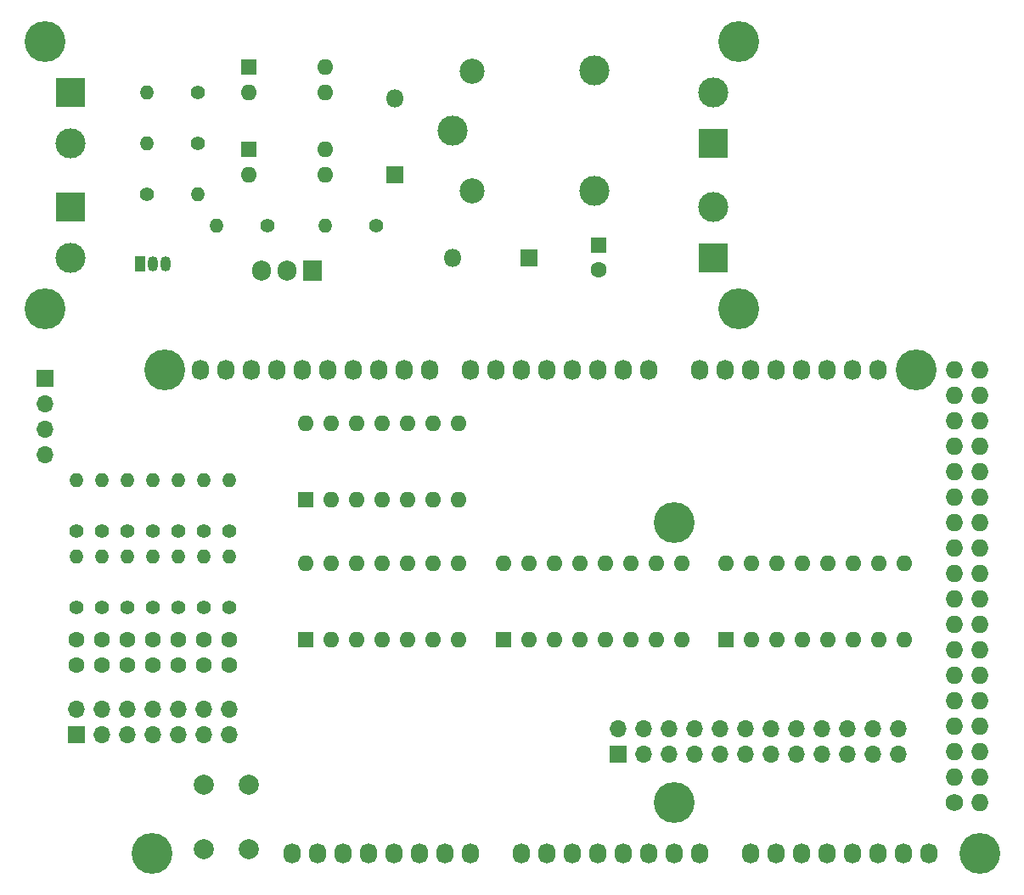
<source format=gbr>
G04 #@! TF.GenerationSoftware,KiCad,Pcbnew,5.1.4+dfsg1-1*
G04 #@! TF.CreationDate,2019-09-21T14:15:38+01:00*
G04 #@! TF.ProjectId,arduino_duo_shield,61726475-696e-46f5-9f64-756f5f736869,rev?*
G04 #@! TF.SameCoordinates,PX6296c50PY74079d0*
G04 #@! TF.FileFunction,Soldermask,Top*
G04 #@! TF.FilePolarity,Negative*
%FSLAX46Y46*%
G04 Gerber Fmt 4.6, Leading zero omitted, Abs format (unit mm)*
G04 Created by KiCad (PCBNEW 5.1.4+dfsg1-1) date 2019-09-21 14:15:38*
%MOMM*%
%LPD*%
G04 APERTURE LIST*
%ADD10C,1.600000*%
%ADD11C,2.000000*%
%ADD12O,1.600000X1.600000*%
%ADD13R,1.600000X1.600000*%
%ADD14O,1.400000X1.400000*%
%ADD15C,1.400000*%
%ADD16O,1.905000X2.000000*%
%ADD17R,1.905000X2.000000*%
%ADD18R,1.050000X1.500000*%
%ADD19O,1.050000X1.500000*%
%ADD20C,4.064000*%
%ADD21C,3.000000*%
%ADD22R,3.000000X3.000000*%
%ADD23C,2.500000*%
%ADD24O,1.800000X1.800000*%
%ADD25R,1.800000X1.800000*%
%ADD26O,1.700000X1.700000*%
%ADD27R,1.700000X1.700000*%
%ADD28C,1.727200*%
%ADD29O,1.727200X1.727200*%
%ADD30O,1.727200X2.032000*%
G04 APERTURE END LIST*
D10*
X21717000Y23836000D03*
X21717000Y21336000D03*
X6477000Y23836000D03*
X6477000Y21336000D03*
X9017000Y23836000D03*
X9017000Y21336000D03*
X11557000Y23836000D03*
X11557000Y21336000D03*
X14097000Y23836000D03*
X14097000Y21336000D03*
X16637000Y23836000D03*
X16637000Y21336000D03*
X19177000Y23836000D03*
X19177000Y21336000D03*
D11*
X19177000Y9421000D03*
X23677000Y9421000D03*
X19177000Y2921000D03*
X23677000Y2921000D03*
D12*
X49022000Y31496000D03*
X66802000Y23876000D03*
X51562000Y31496000D03*
X64262000Y23876000D03*
X54102000Y31496000D03*
X61722000Y23876000D03*
X56642000Y31496000D03*
X59182000Y23876000D03*
X59182000Y31496000D03*
X56642000Y23876000D03*
X61722000Y31496000D03*
X54102000Y23876000D03*
X64262000Y31496000D03*
X51562000Y23876000D03*
X66802000Y31496000D03*
D13*
X49022000Y23876000D03*
D14*
X21717000Y32131000D03*
D15*
X21717000Y27051000D03*
D14*
X21717000Y39751000D03*
D15*
X21717000Y34671000D03*
D14*
X6477000Y32131000D03*
D15*
X6477000Y27051000D03*
D14*
X6477000Y39751000D03*
D15*
X6477000Y34671000D03*
D14*
X9017000Y32131000D03*
D15*
X9017000Y27051000D03*
D14*
X9017000Y39751000D03*
D15*
X9017000Y34671000D03*
D14*
X11557000Y32131000D03*
D15*
X11557000Y27051000D03*
D14*
X11557000Y39751000D03*
D15*
X11557000Y34671000D03*
D14*
X14097000Y32131000D03*
D15*
X14097000Y27051000D03*
D14*
X14097000Y39751000D03*
D15*
X14097000Y34671000D03*
D14*
X16637000Y32131000D03*
D15*
X16637000Y27051000D03*
D14*
X16637000Y39751000D03*
D15*
X16637000Y34671000D03*
D14*
X19177000Y32131000D03*
D15*
X19177000Y27051000D03*
D14*
X19177000Y39751000D03*
D15*
X19177000Y34671000D03*
D12*
X71247000Y31496000D03*
X89027000Y23876000D03*
X73787000Y31496000D03*
X86487000Y23876000D03*
X76327000Y31496000D03*
X83947000Y23876000D03*
X78867000Y31496000D03*
X81407000Y23876000D03*
X81407000Y31496000D03*
X78867000Y23876000D03*
X83947000Y31496000D03*
X76327000Y23876000D03*
X86487000Y31496000D03*
X73787000Y23876000D03*
X89027000Y31496000D03*
D13*
X71247000Y23876000D03*
D12*
X29337000Y45466000D03*
X44577000Y37846000D03*
X31877000Y45466000D03*
X42037000Y37846000D03*
X34417000Y45466000D03*
X39497000Y37846000D03*
X36957000Y45466000D03*
X36957000Y37846000D03*
X39497000Y45466000D03*
X34417000Y37846000D03*
X42037000Y45466000D03*
X31877000Y37846000D03*
X44577000Y45466000D03*
D13*
X29337000Y37846000D03*
D12*
X29337000Y31496000D03*
X44577000Y23876000D03*
X31877000Y31496000D03*
X42037000Y23876000D03*
X34417000Y31496000D03*
X39497000Y23876000D03*
X36957000Y31496000D03*
X36957000Y23876000D03*
X39497000Y31496000D03*
X34417000Y23876000D03*
X42037000Y31496000D03*
X31877000Y23876000D03*
X44577000Y31496000D03*
D13*
X29337000Y23876000D03*
D16*
X24892000Y60706000D03*
X27432000Y60706000D03*
D17*
X29972000Y60706000D03*
D14*
X18542000Y68326000D03*
D15*
X13462000Y68326000D03*
D18*
X12827000Y61341000D03*
D19*
X15367000Y61341000D03*
X14097000Y61341000D03*
D20*
X72517000Y56896000D03*
X3302000Y56896000D03*
X72517000Y83566000D03*
X3302000Y83566000D03*
D21*
X69977000Y67056000D03*
D22*
X69977000Y61976000D03*
D21*
X69977000Y78486000D03*
D22*
X69977000Y73406000D03*
D21*
X43942000Y74676000D03*
D23*
X45892000Y80626000D03*
D21*
X58142000Y80676000D03*
X58092000Y68626000D03*
D23*
X45892000Y68626000D03*
D21*
X5842000Y73406000D03*
D22*
X5842000Y78486000D03*
D21*
X5842000Y61976000D03*
D22*
X5842000Y67056000D03*
D24*
X38227000Y77851000D03*
D25*
X38227000Y70231000D03*
D14*
X13462000Y78486000D03*
D15*
X18542000Y78486000D03*
D14*
X20447000Y65151000D03*
D15*
X25527000Y65151000D03*
D14*
X31242000Y65151000D03*
D15*
X36322000Y65151000D03*
D14*
X13462000Y73406000D03*
D15*
X18542000Y73406000D03*
D10*
X58547000Y60746000D03*
D13*
X58547000Y63246000D03*
D26*
X3302000Y42291000D03*
X3302000Y44831000D03*
X3302000Y47371000D03*
D27*
X3302000Y49911000D03*
D12*
X31242000Y81026000D03*
X23622000Y78486000D03*
X31242000Y78486000D03*
D13*
X23622000Y81026000D03*
D12*
X31242000Y72771000D03*
X23622000Y70231000D03*
X31242000Y70231000D03*
D13*
X23622000Y72771000D03*
D24*
X43942000Y61976000D03*
D25*
X51562000Y61976000D03*
D26*
X21717000Y16891000D03*
X21717000Y14351000D03*
X19177000Y16891000D03*
X19177000Y14351000D03*
X16637000Y16891000D03*
X16637000Y14351000D03*
X14097000Y16891000D03*
X14097000Y14351000D03*
X11557000Y16891000D03*
X11557000Y14351000D03*
X9017000Y16891000D03*
X9017000Y14351000D03*
X6477000Y16891000D03*
D27*
X6477000Y14351000D03*
D26*
X88392000Y14986000D03*
X88392000Y12446000D03*
X85852000Y14986000D03*
X85852000Y12446000D03*
X83312000Y14986000D03*
X83312000Y12446000D03*
X80772000Y14986000D03*
X80772000Y12446000D03*
X78232000Y14986000D03*
X78232000Y12446000D03*
X75692000Y14986000D03*
X75692000Y12446000D03*
X73152000Y14986000D03*
X73152000Y12446000D03*
X70612000Y14986000D03*
X70612000Y12446000D03*
X68072000Y14986000D03*
X68072000Y12446000D03*
X65532000Y14986000D03*
X65532000Y12446000D03*
X62992000Y14986000D03*
X62992000Y12446000D03*
X60452000Y14986000D03*
D27*
X60452000Y12446000D03*
D28*
X93980000Y7620000D03*
D29*
X96520000Y7620000D03*
X93980000Y10160000D03*
X96520000Y10160000D03*
X93980000Y12700000D03*
X96520000Y12700000D03*
X93980000Y15240000D03*
X96520000Y15240000D03*
X93980000Y17780000D03*
X96520000Y17780000D03*
X93980000Y20320000D03*
X96520000Y20320000D03*
X93980000Y22860000D03*
X96520000Y22860000D03*
X93980000Y25400000D03*
X96520000Y25400000D03*
X93980000Y27940000D03*
X96520000Y27940000D03*
X93980000Y30480000D03*
X96520000Y30480000D03*
X93980000Y33020000D03*
X96520000Y33020000D03*
X93980000Y35560000D03*
X96520000Y35560000D03*
X93980000Y38100000D03*
X96520000Y38100000D03*
X93980000Y40640000D03*
X96520000Y40640000D03*
X93980000Y43180000D03*
X96520000Y43180000D03*
X93980000Y45720000D03*
X96520000Y45720000D03*
X93980000Y48260000D03*
X96520000Y48260000D03*
X93980000Y50800000D03*
X96520000Y50800000D03*
D30*
X27940000Y2540000D03*
X30480000Y2540000D03*
X33020000Y2540000D03*
X35560000Y2540000D03*
X38100000Y2540000D03*
X40640000Y2540000D03*
X43180000Y2540000D03*
X45720000Y2540000D03*
X50800000Y2540000D03*
X53340000Y2540000D03*
X55880000Y2540000D03*
X58420000Y2540000D03*
X60960000Y2540000D03*
X63500000Y2540000D03*
X66040000Y2540000D03*
X68580000Y2540000D03*
X73660000Y2540000D03*
X76200000Y2540000D03*
X78740000Y2540000D03*
X81280000Y2540000D03*
X83820000Y2540000D03*
X86360000Y2540000D03*
X88900000Y2540000D03*
X91440000Y2540000D03*
X18796000Y50800000D03*
X21336000Y50800000D03*
X23876000Y50800000D03*
X26416000Y50800000D03*
X28956000Y50800000D03*
X31496000Y50800000D03*
X34036000Y50800000D03*
X36576000Y50800000D03*
X39116000Y50800000D03*
X41656000Y50800000D03*
X45720000Y50800000D03*
X48260000Y50800000D03*
X50800000Y50800000D03*
X53340000Y50800000D03*
X55880000Y50800000D03*
X58420000Y50800000D03*
X60960000Y50800000D03*
X63500000Y50800000D03*
X68580000Y50800000D03*
X71120000Y50800000D03*
X73660000Y50800000D03*
X76200000Y50800000D03*
X78740000Y50800000D03*
X81280000Y50800000D03*
X83820000Y50800000D03*
X86360000Y50800000D03*
D20*
X13970000Y2540000D03*
X66040000Y7620000D03*
X96520000Y2540000D03*
X15240000Y50800000D03*
X66040000Y35560000D03*
X90170000Y50800000D03*
M02*

</source>
